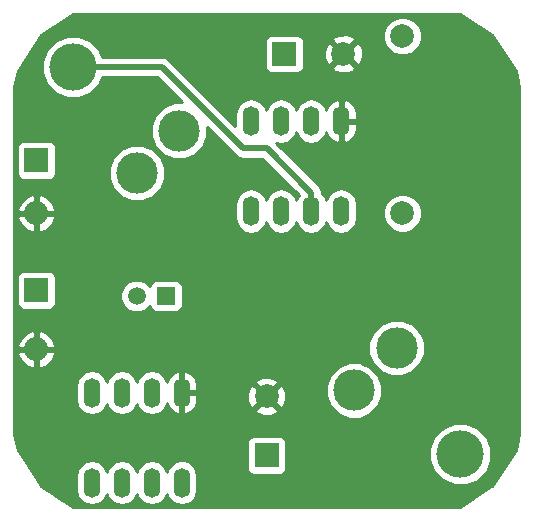
<source format=gbl>
G04 #@! TF.FileFunction,Copper,L2,Bot,Signal*
%FSLAX46Y46*%
G04 Gerber Fmt 4.6, Leading zero omitted, Abs format (unit mm)*
G04 Created by KiCad (PCBNEW (2014-11-17 BZR 5289)-product) date Wed 28 Oct 2015 02:20:07 PM EDT*
%MOMM*%
G01*
G04 APERTURE LIST*
%ADD10C,0.100000*%
%ADD11R,2.032000X2.032000*%
%ADD12O,2.032000X2.032000*%
%ADD13O,1.400000X2.500000*%
%ADD14R,2.000000X2.000000*%
%ADD15C,2.000000*%
%ADD16C,1.998980*%
%ADD17C,3.500000*%
%ADD18C,4.000000*%
%ADD19R,1.500000X1.500000*%
%ADD20C,1.500000*%
%ADD21C,0.500000*%
%ADD22C,0.254000*%
G04 APERTURE END LIST*
D10*
D11*
X193000000Y-91500000D03*
D12*
X193000000Y-96000000D03*
D11*
X193000000Y-102500000D03*
D12*
X193000000Y-107500000D03*
D13*
X205310000Y-111190000D03*
X202770000Y-111190000D03*
X200230000Y-111190000D03*
X197690000Y-111190000D03*
X197690000Y-118810000D03*
X200230000Y-118810000D03*
X202770000Y-118810000D03*
X205310000Y-118810000D03*
X218810000Y-88190000D03*
X216270000Y-88190000D03*
X213730000Y-88190000D03*
X211190000Y-88190000D03*
X211190000Y-95810000D03*
X213730000Y-95810000D03*
X216270000Y-95810000D03*
X218810000Y-95810000D03*
D14*
X214000000Y-82500000D03*
D15*
X219000000Y-82500000D03*
D14*
X212500000Y-116500000D03*
D15*
X212500000Y-111500000D03*
D16*
X224000000Y-96000000D03*
X224000000Y-81000000D03*
D17*
X223500000Y-107407898D03*
X219907898Y-111000000D03*
D18*
X228888154Y-116388154D03*
D17*
X201500000Y-92592102D03*
X205092102Y-89000000D03*
D18*
X196111846Y-83611846D03*
D19*
X204000000Y-103000000D03*
D20*
X201500000Y-103000000D03*
D21*
X216270000Y-94270000D02*
X212500000Y-90500000D01*
X212500000Y-90500000D02*
X210500000Y-90500000D01*
X210500000Y-90500000D02*
X203611846Y-83611846D01*
X203611846Y-83611846D02*
X196111846Y-83611846D01*
X216270000Y-95810000D02*
X216270000Y-94270000D01*
D22*
G36*
X233873000Y-114654615D02*
X233593539Y-116059559D01*
X231577209Y-119077211D01*
X231523611Y-119113024D01*
X231523611Y-115866320D01*
X231123301Y-114897496D01*
X230382711Y-114155612D01*
X229414587Y-113753612D01*
X228366320Y-113752697D01*
X227397496Y-114153007D01*
X226655612Y-114893597D01*
X226253612Y-115861721D01*
X226252697Y-116909988D01*
X226653007Y-117878812D01*
X227393597Y-118620696D01*
X228361721Y-119022696D01*
X229409988Y-119023611D01*
X230378812Y-118623301D01*
X231120696Y-117882711D01*
X231522696Y-116914587D01*
X231523611Y-115866320D01*
X231523611Y-119113024D01*
X228889619Y-120873000D01*
X225885413Y-120873000D01*
X225885413Y-106935573D01*
X225634774Y-106328979D01*
X225634774Y-95676306D01*
X225634774Y-80676306D01*
X225386462Y-80075345D01*
X224927073Y-79615154D01*
X224326547Y-79365794D01*
X223676306Y-79365226D01*
X223075345Y-79613538D01*
X222615154Y-80072927D01*
X222365794Y-80673453D01*
X222365226Y-81323694D01*
X222613538Y-81924655D01*
X223072927Y-82384846D01*
X223673453Y-82634206D01*
X224323694Y-82634774D01*
X224924655Y-82386462D01*
X225384846Y-81927073D01*
X225634206Y-81326547D01*
X225634774Y-80676306D01*
X225634774Y-95676306D01*
X225386462Y-95075345D01*
X224927073Y-94615154D01*
X224326547Y-94365794D01*
X223676306Y-94365226D01*
X223075345Y-94613538D01*
X222615154Y-95072927D01*
X222365794Y-95673453D01*
X222365226Y-96323694D01*
X222613538Y-96924655D01*
X223072927Y-97384846D01*
X223673453Y-97634206D01*
X224323694Y-97634774D01*
X224924655Y-97386462D01*
X225384846Y-96927073D01*
X225634206Y-96326547D01*
X225634774Y-95676306D01*
X225634774Y-106328979D01*
X225523084Y-106058669D01*
X224852758Y-105387172D01*
X223976487Y-105023313D01*
X223027675Y-105022485D01*
X222150771Y-105384814D01*
X221479274Y-106055140D01*
X221115415Y-106931411D01*
X221114587Y-107880223D01*
X221476916Y-108757127D01*
X222147242Y-109428624D01*
X223023513Y-109792483D01*
X223972325Y-109793311D01*
X224849229Y-109430982D01*
X225520726Y-108760656D01*
X225884585Y-107884385D01*
X225885413Y-106935573D01*
X225885413Y-120873000D01*
X222293311Y-120873000D01*
X222293311Y-110527675D01*
X221930982Y-109650771D01*
X221260656Y-108979274D01*
X220645908Y-108724008D01*
X220645908Y-82764539D01*
X220621856Y-82114540D01*
X220419387Y-81625736D01*
X220152532Y-81527073D01*
X219972927Y-81706678D01*
X219972927Y-81347468D01*
X219874264Y-81080613D01*
X219264539Y-80854092D01*
X218614540Y-80878144D01*
X218125736Y-81080613D01*
X218027073Y-81347468D01*
X219000000Y-82320395D01*
X219972927Y-81347468D01*
X219972927Y-81706678D01*
X219179605Y-82500000D01*
X220152532Y-83472927D01*
X220419387Y-83374264D01*
X220645908Y-82764539D01*
X220645908Y-108724008D01*
X220384385Y-108615415D01*
X220145000Y-108615206D01*
X220145000Y-96396929D01*
X220145000Y-95223071D01*
X220145000Y-88867000D01*
X220145000Y-88317000D01*
X220145000Y-88063000D01*
X220145000Y-87513000D01*
X219994778Y-87011785D01*
X219972927Y-86984977D01*
X219972927Y-83652532D01*
X219000000Y-82679605D01*
X218820395Y-82859210D01*
X218820395Y-82500000D01*
X217847468Y-81527073D01*
X217580613Y-81625736D01*
X217354092Y-82235461D01*
X217378144Y-82885460D01*
X217580613Y-83374264D01*
X217847468Y-83472927D01*
X218820395Y-82500000D01*
X218820395Y-82859210D01*
X218027073Y-83652532D01*
X218125736Y-83919387D01*
X218735461Y-84145908D01*
X219385460Y-84121856D01*
X219874264Y-83919387D01*
X219972927Y-83652532D01*
X219972927Y-86984977D01*
X219664185Y-86606210D01*
X219203550Y-86358020D01*
X219143329Y-86347284D01*
X218937000Y-86470626D01*
X218937000Y-88063000D01*
X220145000Y-88063000D01*
X220145000Y-88317000D01*
X218937000Y-88317000D01*
X218937000Y-89909374D01*
X219143329Y-90032716D01*
X219203550Y-90021980D01*
X219664185Y-89773790D01*
X219994778Y-89368215D01*
X220145000Y-88867000D01*
X220145000Y-95223071D01*
X220043379Y-94712189D01*
X219753988Y-94279083D01*
X219320882Y-93989692D01*
X218810000Y-93888071D01*
X218299118Y-93989692D01*
X217866012Y-94279083D01*
X217576621Y-94712189D01*
X217540000Y-94896294D01*
X217503379Y-94712189D01*
X217213988Y-94279083D01*
X217148042Y-94235020D01*
X217087633Y-93931325D01*
X216895790Y-93644210D01*
X216895786Y-93644207D01*
X213272507Y-90020927D01*
X213730000Y-90111929D01*
X214240882Y-90010308D01*
X214673988Y-89720917D01*
X214963379Y-89287811D01*
X215000000Y-89103705D01*
X215036621Y-89287811D01*
X215326012Y-89720917D01*
X215759118Y-90010308D01*
X216270000Y-90111929D01*
X216780882Y-90010308D01*
X217213988Y-89720917D01*
X217503379Y-89287811D01*
X217542371Y-89091783D01*
X217625222Y-89368215D01*
X217955815Y-89773790D01*
X218416450Y-90021980D01*
X218476671Y-90032716D01*
X218683000Y-89909374D01*
X218683000Y-88317000D01*
X218663000Y-88317000D01*
X218663000Y-88063000D01*
X218683000Y-88063000D01*
X218683000Y-86470626D01*
X218476671Y-86347284D01*
X218416450Y-86358020D01*
X217955815Y-86606210D01*
X217625222Y-87011785D01*
X217542371Y-87288216D01*
X217503379Y-87092189D01*
X217213988Y-86659083D01*
X216780882Y-86369692D01*
X216270000Y-86268071D01*
X215759118Y-86369692D01*
X215635000Y-86452624D01*
X215635000Y-83626310D01*
X215635000Y-83373691D01*
X215635000Y-81373691D01*
X215538327Y-81140302D01*
X215359699Y-80961673D01*
X215126310Y-80865000D01*
X214873691Y-80865000D01*
X212873691Y-80865000D01*
X212640302Y-80961673D01*
X212461673Y-81140301D01*
X212365000Y-81373690D01*
X212365000Y-81626309D01*
X212365000Y-83626309D01*
X212461673Y-83859698D01*
X212640301Y-84038327D01*
X212873690Y-84135000D01*
X213126309Y-84135000D01*
X215126309Y-84135000D01*
X215359698Y-84038327D01*
X215538327Y-83859699D01*
X215635000Y-83626310D01*
X215635000Y-86452624D01*
X215326012Y-86659083D01*
X215036621Y-87092189D01*
X215000000Y-87276294D01*
X214963379Y-87092189D01*
X214673988Y-86659083D01*
X214240882Y-86369692D01*
X213730000Y-86268071D01*
X213219118Y-86369692D01*
X212786012Y-86659083D01*
X212496621Y-87092189D01*
X212460000Y-87276294D01*
X212423379Y-87092189D01*
X212133988Y-86659083D01*
X211700882Y-86369692D01*
X211190000Y-86268071D01*
X210679118Y-86369692D01*
X210246012Y-86659083D01*
X209956621Y-87092189D01*
X209855000Y-87603071D01*
X209855000Y-88603420D01*
X204237636Y-82986056D01*
X203950521Y-82794213D01*
X203894330Y-82783035D01*
X203611846Y-82726845D01*
X203611840Y-82726846D01*
X198597245Y-82726846D01*
X198346993Y-82121188D01*
X197606403Y-81379304D01*
X196638279Y-80977304D01*
X195590012Y-80976389D01*
X194621188Y-81376699D01*
X193879304Y-82117289D01*
X193477304Y-83085413D01*
X193476389Y-84133680D01*
X193876699Y-85102504D01*
X194617289Y-85844388D01*
X195585413Y-86246388D01*
X196633680Y-86247303D01*
X197602504Y-85846993D01*
X198344388Y-85106403D01*
X198597498Y-84496846D01*
X203245266Y-84496846D01*
X205363656Y-86615236D01*
X204619777Y-86614587D01*
X203742873Y-86976916D01*
X203071376Y-87647242D01*
X202707517Y-88523513D01*
X202706689Y-89472325D01*
X203069018Y-90349229D01*
X203739344Y-91020726D01*
X204615615Y-91384585D01*
X205564427Y-91385413D01*
X206441331Y-91023084D01*
X207112828Y-90352758D01*
X207476687Y-89476487D01*
X207477339Y-88728918D01*
X209874207Y-91125786D01*
X209874210Y-91125790D01*
X209874211Y-91125790D01*
X210161325Y-91317633D01*
X210161326Y-91317633D01*
X210217515Y-91328810D01*
X210500000Y-91385001D01*
X210500000Y-91385000D01*
X210500005Y-91385000D01*
X212133420Y-91385000D01*
X215206446Y-94458025D01*
X215036621Y-94712189D01*
X215000000Y-94896294D01*
X214963379Y-94712189D01*
X214673988Y-94279083D01*
X214240882Y-93989692D01*
X213730000Y-93888071D01*
X213219118Y-93989692D01*
X212786012Y-94279083D01*
X212496621Y-94712189D01*
X212460000Y-94896294D01*
X212423379Y-94712189D01*
X212133988Y-94279083D01*
X211700882Y-93989692D01*
X211190000Y-93888071D01*
X210679118Y-93989692D01*
X210246012Y-94279083D01*
X209956621Y-94712189D01*
X209855000Y-95223071D01*
X209855000Y-96396929D01*
X209956621Y-96907811D01*
X210246012Y-97340917D01*
X210679118Y-97630308D01*
X211190000Y-97731929D01*
X211700882Y-97630308D01*
X212133988Y-97340917D01*
X212423379Y-96907811D01*
X212460000Y-96723705D01*
X212496621Y-96907811D01*
X212786012Y-97340917D01*
X213219118Y-97630308D01*
X213730000Y-97731929D01*
X214240882Y-97630308D01*
X214673988Y-97340917D01*
X214963379Y-96907811D01*
X215000000Y-96723705D01*
X215036621Y-96907811D01*
X215326012Y-97340917D01*
X215759118Y-97630308D01*
X216270000Y-97731929D01*
X216780882Y-97630308D01*
X217213988Y-97340917D01*
X217503379Y-96907811D01*
X217540000Y-96723705D01*
X217576621Y-96907811D01*
X217866012Y-97340917D01*
X218299118Y-97630308D01*
X218810000Y-97731929D01*
X219320882Y-97630308D01*
X219753988Y-97340917D01*
X220043379Y-96907811D01*
X220145000Y-96396929D01*
X220145000Y-108615206D01*
X219435573Y-108614587D01*
X218558669Y-108976916D01*
X217887172Y-109647242D01*
X217523313Y-110523513D01*
X217522485Y-111472325D01*
X217884814Y-112349229D01*
X218555140Y-113020726D01*
X219431411Y-113384585D01*
X220380223Y-113385413D01*
X221257127Y-113023084D01*
X221928624Y-112352758D01*
X222292483Y-111476487D01*
X222293311Y-110527675D01*
X222293311Y-120873000D01*
X214145908Y-120873000D01*
X214145908Y-111764539D01*
X214121856Y-111114540D01*
X213919387Y-110625736D01*
X213652532Y-110527073D01*
X213472927Y-110706678D01*
X213472927Y-110347468D01*
X213374264Y-110080613D01*
X212764539Y-109854092D01*
X212114540Y-109878144D01*
X211625736Y-110080613D01*
X211527073Y-110347468D01*
X212500000Y-111320395D01*
X213472927Y-110347468D01*
X213472927Y-110706678D01*
X212679605Y-111500000D01*
X213652532Y-112472927D01*
X213919387Y-112374264D01*
X214145908Y-111764539D01*
X214145908Y-120873000D01*
X214135000Y-120873000D01*
X214135000Y-117626310D01*
X214135000Y-117373691D01*
X214135000Y-115373691D01*
X214038327Y-115140302D01*
X213859699Y-114961673D01*
X213626310Y-114865000D01*
X213472927Y-114865000D01*
X213472927Y-112652532D01*
X212500000Y-111679605D01*
X212320395Y-111859210D01*
X212320395Y-111500000D01*
X211347468Y-110527073D01*
X211080613Y-110625736D01*
X210854092Y-111235461D01*
X210878144Y-111885460D01*
X211080613Y-112374264D01*
X211347468Y-112472927D01*
X212320395Y-111500000D01*
X212320395Y-111859210D01*
X211527073Y-112652532D01*
X211625736Y-112919387D01*
X212235461Y-113145908D01*
X212885460Y-113121856D01*
X213374264Y-112919387D01*
X213472927Y-112652532D01*
X213472927Y-114865000D01*
X213373691Y-114865000D01*
X211373691Y-114865000D01*
X211140302Y-114961673D01*
X210961673Y-115140301D01*
X210865000Y-115373690D01*
X210865000Y-115626309D01*
X210865000Y-117626309D01*
X210961673Y-117859698D01*
X211140301Y-118038327D01*
X211373690Y-118135000D01*
X211626309Y-118135000D01*
X213626309Y-118135000D01*
X213859698Y-118038327D01*
X214038327Y-117859699D01*
X214135000Y-117626310D01*
X214135000Y-120873000D01*
X206645000Y-120873000D01*
X206645000Y-119396929D01*
X206645000Y-118223071D01*
X206645000Y-111867000D01*
X206645000Y-111317000D01*
X206645000Y-111063000D01*
X206645000Y-110513000D01*
X206494778Y-110011785D01*
X206164185Y-109606210D01*
X205703550Y-109358020D01*
X205643329Y-109347284D01*
X205437000Y-109470626D01*
X205437000Y-111063000D01*
X206645000Y-111063000D01*
X206645000Y-111317000D01*
X205437000Y-111317000D01*
X205437000Y-112909374D01*
X205643329Y-113032716D01*
X205703550Y-113021980D01*
X206164185Y-112773790D01*
X206494778Y-112368215D01*
X206645000Y-111867000D01*
X206645000Y-118223071D01*
X206543379Y-117712189D01*
X206253988Y-117279083D01*
X205820882Y-116989692D01*
X205385000Y-116902989D01*
X205385000Y-103876310D01*
X205385000Y-103623691D01*
X205385000Y-102123691D01*
X205288327Y-101890302D01*
X205109699Y-101711673D01*
X204876310Y-101615000D01*
X204623691Y-101615000D01*
X203885413Y-101615000D01*
X203885413Y-92119777D01*
X203523084Y-91242873D01*
X202852758Y-90571376D01*
X201976487Y-90207517D01*
X201027675Y-90206689D01*
X200150771Y-90569018D01*
X199479274Y-91239344D01*
X199115415Y-92115615D01*
X199114587Y-93064427D01*
X199476916Y-93941331D01*
X200147242Y-94612828D01*
X201023513Y-94976687D01*
X201972325Y-94977515D01*
X202849229Y-94615186D01*
X203520726Y-93944860D01*
X203884585Y-93068589D01*
X203885413Y-92119777D01*
X203885413Y-101615000D01*
X203123691Y-101615000D01*
X202890302Y-101711673D01*
X202711673Y-101890301D01*
X202615000Y-102123690D01*
X202615000Y-102156549D01*
X202285564Y-101826539D01*
X201776702Y-101615241D01*
X201225715Y-101614760D01*
X200716485Y-101825169D01*
X200326539Y-102214436D01*
X200115241Y-102723298D01*
X200114760Y-103274285D01*
X200325169Y-103783515D01*
X200714436Y-104173461D01*
X201223298Y-104384759D01*
X201774285Y-104385240D01*
X202283515Y-104174831D01*
X202615000Y-103843923D01*
X202615000Y-103876309D01*
X202711673Y-104109698D01*
X202890301Y-104288327D01*
X203123690Y-104385000D01*
X203376309Y-104385000D01*
X204876309Y-104385000D01*
X205109698Y-104288327D01*
X205288327Y-104109699D01*
X205385000Y-103876310D01*
X205385000Y-116902989D01*
X205310000Y-116888071D01*
X205183000Y-116913332D01*
X205183000Y-112909374D01*
X205183000Y-111317000D01*
X205163000Y-111317000D01*
X205163000Y-111063000D01*
X205183000Y-111063000D01*
X205183000Y-109470626D01*
X204976671Y-109347284D01*
X204916450Y-109358020D01*
X204455815Y-109606210D01*
X204125222Y-110011785D01*
X204042371Y-110288216D01*
X204003379Y-110092189D01*
X203713988Y-109659083D01*
X203280882Y-109369692D01*
X202770000Y-109268071D01*
X202259118Y-109369692D01*
X201826012Y-109659083D01*
X201536621Y-110092189D01*
X201500000Y-110276294D01*
X201463379Y-110092189D01*
X201173988Y-109659083D01*
X200740882Y-109369692D01*
X200230000Y-109268071D01*
X199719118Y-109369692D01*
X199286012Y-109659083D01*
X198996621Y-110092189D01*
X198960000Y-110276294D01*
X198923379Y-110092189D01*
X198633988Y-109659083D01*
X198200882Y-109369692D01*
X197690000Y-109268071D01*
X197179118Y-109369692D01*
X196746012Y-109659083D01*
X196456621Y-110092189D01*
X196355000Y-110603071D01*
X196355000Y-111776929D01*
X196456621Y-112287811D01*
X196746012Y-112720917D01*
X197179118Y-113010308D01*
X197690000Y-113111929D01*
X198200882Y-113010308D01*
X198633988Y-112720917D01*
X198923379Y-112287811D01*
X198960000Y-112103705D01*
X198996621Y-112287811D01*
X199286012Y-112720917D01*
X199719118Y-113010308D01*
X200230000Y-113111929D01*
X200740882Y-113010308D01*
X201173988Y-112720917D01*
X201463379Y-112287811D01*
X201500000Y-112103705D01*
X201536621Y-112287811D01*
X201826012Y-112720917D01*
X202259118Y-113010308D01*
X202770000Y-113111929D01*
X203280882Y-113010308D01*
X203713988Y-112720917D01*
X204003379Y-112287811D01*
X204042371Y-112091783D01*
X204125222Y-112368215D01*
X204455815Y-112773790D01*
X204916450Y-113021980D01*
X204976671Y-113032716D01*
X205183000Y-112909374D01*
X205183000Y-116913332D01*
X204799118Y-116989692D01*
X204366012Y-117279083D01*
X204076621Y-117712189D01*
X204040000Y-117896294D01*
X204003379Y-117712189D01*
X203713988Y-117279083D01*
X203280882Y-116989692D01*
X202770000Y-116888071D01*
X202259118Y-116989692D01*
X201826012Y-117279083D01*
X201536621Y-117712189D01*
X201500000Y-117896294D01*
X201463379Y-117712189D01*
X201173988Y-117279083D01*
X200740882Y-116989692D01*
X200230000Y-116888071D01*
X199719118Y-116989692D01*
X199286012Y-117279083D01*
X198996621Y-117712189D01*
X198960000Y-117896294D01*
X198923379Y-117712189D01*
X198633988Y-117279083D01*
X198200882Y-116989692D01*
X197690000Y-116888071D01*
X197179118Y-116989692D01*
X196746012Y-117279083D01*
X196456621Y-117712189D01*
X196355000Y-118223071D01*
X196355000Y-119396929D01*
X196456621Y-119907811D01*
X196746012Y-120340917D01*
X197179118Y-120630308D01*
X197690000Y-120731929D01*
X198200882Y-120630308D01*
X198633988Y-120340917D01*
X198923379Y-119907811D01*
X198960000Y-119723705D01*
X198996621Y-119907811D01*
X199286012Y-120340917D01*
X199719118Y-120630308D01*
X200230000Y-120731929D01*
X200740882Y-120630308D01*
X201173988Y-120340917D01*
X201463379Y-119907811D01*
X201500000Y-119723705D01*
X201536621Y-119907811D01*
X201826012Y-120340917D01*
X202259118Y-120630308D01*
X202770000Y-120731929D01*
X203280882Y-120630308D01*
X203713988Y-120340917D01*
X204003379Y-119907811D01*
X204040000Y-119723705D01*
X204076621Y-119907811D01*
X204366012Y-120340917D01*
X204799118Y-120630308D01*
X205310000Y-120731929D01*
X205820882Y-120630308D01*
X206253988Y-120340917D01*
X206543379Y-119907811D01*
X206645000Y-119396929D01*
X206645000Y-120873000D01*
X196110380Y-120873000D01*
X194651000Y-119897873D01*
X194651000Y-103642310D01*
X194651000Y-103389691D01*
X194651000Y-101357691D01*
X194651000Y-92642310D01*
X194651000Y-92389691D01*
X194651000Y-90357691D01*
X194554327Y-90124302D01*
X194375699Y-89945673D01*
X194142310Y-89849000D01*
X193889691Y-89849000D01*
X191857691Y-89849000D01*
X191624302Y-89945673D01*
X191445673Y-90124301D01*
X191349000Y-90357690D01*
X191349000Y-90610309D01*
X191349000Y-92642309D01*
X191445673Y-92875698D01*
X191624301Y-93054327D01*
X191857690Y-93151000D01*
X192110309Y-93151000D01*
X194142309Y-93151000D01*
X194375698Y-93054327D01*
X194554327Y-92875699D01*
X194651000Y-92642310D01*
X194651000Y-101357691D01*
X194605983Y-101249010D01*
X194605983Y-96382946D01*
X194605983Y-95617054D01*
X194337188Y-95031621D01*
X193864818Y-94593615D01*
X193382944Y-94394025D01*
X193127000Y-94513164D01*
X193127000Y-95873000D01*
X194487367Y-95873000D01*
X194605983Y-95617054D01*
X194605983Y-96382946D01*
X194487367Y-96127000D01*
X193127000Y-96127000D01*
X193127000Y-97486836D01*
X193382944Y-97605975D01*
X193864818Y-97406385D01*
X194337188Y-96968379D01*
X194605983Y-96382946D01*
X194605983Y-101249010D01*
X194554327Y-101124302D01*
X194375699Y-100945673D01*
X194142310Y-100849000D01*
X193889691Y-100849000D01*
X192873000Y-100849000D01*
X192873000Y-97486836D01*
X192873000Y-96127000D01*
X192873000Y-95873000D01*
X192873000Y-94513164D01*
X192617056Y-94394025D01*
X192135182Y-94593615D01*
X191662812Y-95031621D01*
X191394017Y-95617054D01*
X191512633Y-95873000D01*
X192873000Y-95873000D01*
X192873000Y-96127000D01*
X191512633Y-96127000D01*
X191394017Y-96382946D01*
X191662812Y-96968379D01*
X192135182Y-97406385D01*
X192617056Y-97605975D01*
X192873000Y-97486836D01*
X192873000Y-100849000D01*
X191857691Y-100849000D01*
X191624302Y-100945673D01*
X191445673Y-101124301D01*
X191349000Y-101357690D01*
X191349000Y-101610309D01*
X191349000Y-103642309D01*
X191445673Y-103875698D01*
X191624301Y-104054327D01*
X191857690Y-104151000D01*
X192110309Y-104151000D01*
X194142309Y-104151000D01*
X194375698Y-104054327D01*
X194554327Y-103875699D01*
X194651000Y-103642310D01*
X194651000Y-119897873D01*
X194605983Y-119867794D01*
X194605983Y-107882946D01*
X194605983Y-107117054D01*
X194337188Y-106531621D01*
X193864818Y-106093615D01*
X193382944Y-105894025D01*
X193127000Y-106013164D01*
X193127000Y-107373000D01*
X194487367Y-107373000D01*
X194605983Y-107117054D01*
X194605983Y-107882946D01*
X194487367Y-107627000D01*
X193127000Y-107627000D01*
X193127000Y-108986836D01*
X193382944Y-109105975D01*
X193864818Y-108906385D01*
X194337188Y-108468379D01*
X194605983Y-107882946D01*
X194605983Y-119867794D01*
X193422788Y-119077209D01*
X192873000Y-118254392D01*
X192873000Y-108986836D01*
X192873000Y-107627000D01*
X192873000Y-107373000D01*
X192873000Y-106013164D01*
X192617056Y-105894025D01*
X192135182Y-106093615D01*
X191662812Y-106531621D01*
X191394017Y-107117054D01*
X191512633Y-107373000D01*
X192873000Y-107373000D01*
X192873000Y-107627000D01*
X191512633Y-107627000D01*
X191394017Y-107882946D01*
X191662812Y-108468379D01*
X192135182Y-108906385D01*
X192617056Y-109105975D01*
X192873000Y-108986836D01*
X192873000Y-118254392D01*
X191406460Y-116059559D01*
X191127000Y-114654615D01*
X191127000Y-85345384D01*
X191406460Y-83940440D01*
X193422788Y-80922790D01*
X196110380Y-79127000D01*
X228889619Y-79127000D01*
X231577209Y-80922788D01*
X233593539Y-83940440D01*
X233873000Y-85345384D01*
X233873000Y-114654615D01*
X233873000Y-114654615D01*
G37*
X233873000Y-114654615D02*
X233593539Y-116059559D01*
X231577209Y-119077211D01*
X231523611Y-119113024D01*
X231523611Y-115866320D01*
X231123301Y-114897496D01*
X230382711Y-114155612D01*
X229414587Y-113753612D01*
X228366320Y-113752697D01*
X227397496Y-114153007D01*
X226655612Y-114893597D01*
X226253612Y-115861721D01*
X226252697Y-116909988D01*
X226653007Y-117878812D01*
X227393597Y-118620696D01*
X228361721Y-119022696D01*
X229409988Y-119023611D01*
X230378812Y-118623301D01*
X231120696Y-117882711D01*
X231522696Y-116914587D01*
X231523611Y-115866320D01*
X231523611Y-119113024D01*
X228889619Y-120873000D01*
X225885413Y-120873000D01*
X225885413Y-106935573D01*
X225634774Y-106328979D01*
X225634774Y-95676306D01*
X225634774Y-80676306D01*
X225386462Y-80075345D01*
X224927073Y-79615154D01*
X224326547Y-79365794D01*
X223676306Y-79365226D01*
X223075345Y-79613538D01*
X222615154Y-80072927D01*
X222365794Y-80673453D01*
X222365226Y-81323694D01*
X222613538Y-81924655D01*
X223072927Y-82384846D01*
X223673453Y-82634206D01*
X224323694Y-82634774D01*
X224924655Y-82386462D01*
X225384846Y-81927073D01*
X225634206Y-81326547D01*
X225634774Y-80676306D01*
X225634774Y-95676306D01*
X225386462Y-95075345D01*
X224927073Y-94615154D01*
X224326547Y-94365794D01*
X223676306Y-94365226D01*
X223075345Y-94613538D01*
X222615154Y-95072927D01*
X222365794Y-95673453D01*
X222365226Y-96323694D01*
X222613538Y-96924655D01*
X223072927Y-97384846D01*
X223673453Y-97634206D01*
X224323694Y-97634774D01*
X224924655Y-97386462D01*
X225384846Y-96927073D01*
X225634206Y-96326547D01*
X225634774Y-95676306D01*
X225634774Y-106328979D01*
X225523084Y-106058669D01*
X224852758Y-105387172D01*
X223976487Y-105023313D01*
X223027675Y-105022485D01*
X222150771Y-105384814D01*
X221479274Y-106055140D01*
X221115415Y-106931411D01*
X221114587Y-107880223D01*
X221476916Y-108757127D01*
X222147242Y-109428624D01*
X223023513Y-109792483D01*
X223972325Y-109793311D01*
X224849229Y-109430982D01*
X225520726Y-108760656D01*
X225884585Y-107884385D01*
X225885413Y-106935573D01*
X225885413Y-120873000D01*
X222293311Y-120873000D01*
X222293311Y-110527675D01*
X221930982Y-109650771D01*
X221260656Y-108979274D01*
X220645908Y-108724008D01*
X220645908Y-82764539D01*
X220621856Y-82114540D01*
X220419387Y-81625736D01*
X220152532Y-81527073D01*
X219972927Y-81706678D01*
X219972927Y-81347468D01*
X219874264Y-81080613D01*
X219264539Y-80854092D01*
X218614540Y-80878144D01*
X218125736Y-81080613D01*
X218027073Y-81347468D01*
X219000000Y-82320395D01*
X219972927Y-81347468D01*
X219972927Y-81706678D01*
X219179605Y-82500000D01*
X220152532Y-83472927D01*
X220419387Y-83374264D01*
X220645908Y-82764539D01*
X220645908Y-108724008D01*
X220384385Y-108615415D01*
X220145000Y-108615206D01*
X220145000Y-96396929D01*
X220145000Y-95223071D01*
X220145000Y-88867000D01*
X220145000Y-88317000D01*
X220145000Y-88063000D01*
X220145000Y-87513000D01*
X219994778Y-87011785D01*
X219972927Y-86984977D01*
X219972927Y-83652532D01*
X219000000Y-82679605D01*
X218820395Y-82859210D01*
X218820395Y-82500000D01*
X217847468Y-81527073D01*
X217580613Y-81625736D01*
X217354092Y-82235461D01*
X217378144Y-82885460D01*
X217580613Y-83374264D01*
X217847468Y-83472927D01*
X218820395Y-82500000D01*
X218820395Y-82859210D01*
X218027073Y-83652532D01*
X218125736Y-83919387D01*
X218735461Y-84145908D01*
X219385460Y-84121856D01*
X219874264Y-83919387D01*
X219972927Y-83652532D01*
X219972927Y-86984977D01*
X219664185Y-86606210D01*
X219203550Y-86358020D01*
X219143329Y-86347284D01*
X218937000Y-86470626D01*
X218937000Y-88063000D01*
X220145000Y-88063000D01*
X220145000Y-88317000D01*
X218937000Y-88317000D01*
X218937000Y-89909374D01*
X219143329Y-90032716D01*
X219203550Y-90021980D01*
X219664185Y-89773790D01*
X219994778Y-89368215D01*
X220145000Y-88867000D01*
X220145000Y-95223071D01*
X220043379Y-94712189D01*
X219753988Y-94279083D01*
X219320882Y-93989692D01*
X218810000Y-93888071D01*
X218299118Y-93989692D01*
X217866012Y-94279083D01*
X217576621Y-94712189D01*
X217540000Y-94896294D01*
X217503379Y-94712189D01*
X217213988Y-94279083D01*
X217148042Y-94235020D01*
X217087633Y-93931325D01*
X216895790Y-93644210D01*
X216895786Y-93644207D01*
X213272507Y-90020927D01*
X213730000Y-90111929D01*
X214240882Y-90010308D01*
X214673988Y-89720917D01*
X214963379Y-89287811D01*
X215000000Y-89103705D01*
X215036621Y-89287811D01*
X215326012Y-89720917D01*
X215759118Y-90010308D01*
X216270000Y-90111929D01*
X216780882Y-90010308D01*
X217213988Y-89720917D01*
X217503379Y-89287811D01*
X217542371Y-89091783D01*
X217625222Y-89368215D01*
X217955815Y-89773790D01*
X218416450Y-90021980D01*
X218476671Y-90032716D01*
X218683000Y-89909374D01*
X218683000Y-88317000D01*
X218663000Y-88317000D01*
X218663000Y-88063000D01*
X218683000Y-88063000D01*
X218683000Y-86470626D01*
X218476671Y-86347284D01*
X218416450Y-86358020D01*
X217955815Y-86606210D01*
X217625222Y-87011785D01*
X217542371Y-87288216D01*
X217503379Y-87092189D01*
X217213988Y-86659083D01*
X216780882Y-86369692D01*
X216270000Y-86268071D01*
X215759118Y-86369692D01*
X215635000Y-86452624D01*
X215635000Y-83626310D01*
X215635000Y-83373691D01*
X215635000Y-81373691D01*
X215538327Y-81140302D01*
X215359699Y-80961673D01*
X215126310Y-80865000D01*
X214873691Y-80865000D01*
X212873691Y-80865000D01*
X212640302Y-80961673D01*
X212461673Y-81140301D01*
X212365000Y-81373690D01*
X212365000Y-81626309D01*
X212365000Y-83626309D01*
X212461673Y-83859698D01*
X212640301Y-84038327D01*
X212873690Y-84135000D01*
X213126309Y-84135000D01*
X215126309Y-84135000D01*
X215359698Y-84038327D01*
X215538327Y-83859699D01*
X215635000Y-83626310D01*
X215635000Y-86452624D01*
X215326012Y-86659083D01*
X215036621Y-87092189D01*
X215000000Y-87276294D01*
X214963379Y-87092189D01*
X214673988Y-86659083D01*
X214240882Y-86369692D01*
X213730000Y-86268071D01*
X213219118Y-86369692D01*
X212786012Y-86659083D01*
X212496621Y-87092189D01*
X212460000Y-87276294D01*
X212423379Y-87092189D01*
X212133988Y-86659083D01*
X211700882Y-86369692D01*
X211190000Y-86268071D01*
X210679118Y-86369692D01*
X210246012Y-86659083D01*
X209956621Y-87092189D01*
X209855000Y-87603071D01*
X209855000Y-88603420D01*
X204237636Y-82986056D01*
X203950521Y-82794213D01*
X203894330Y-82783035D01*
X203611846Y-82726845D01*
X203611840Y-82726846D01*
X198597245Y-82726846D01*
X198346993Y-82121188D01*
X197606403Y-81379304D01*
X196638279Y-80977304D01*
X195590012Y-80976389D01*
X194621188Y-81376699D01*
X193879304Y-82117289D01*
X193477304Y-83085413D01*
X193476389Y-84133680D01*
X193876699Y-85102504D01*
X194617289Y-85844388D01*
X195585413Y-86246388D01*
X196633680Y-86247303D01*
X197602504Y-85846993D01*
X198344388Y-85106403D01*
X198597498Y-84496846D01*
X203245266Y-84496846D01*
X205363656Y-86615236D01*
X204619777Y-86614587D01*
X203742873Y-86976916D01*
X203071376Y-87647242D01*
X202707517Y-88523513D01*
X202706689Y-89472325D01*
X203069018Y-90349229D01*
X203739344Y-91020726D01*
X204615615Y-91384585D01*
X205564427Y-91385413D01*
X206441331Y-91023084D01*
X207112828Y-90352758D01*
X207476687Y-89476487D01*
X207477339Y-88728918D01*
X209874207Y-91125786D01*
X209874210Y-91125790D01*
X209874211Y-91125790D01*
X210161325Y-91317633D01*
X210161326Y-91317633D01*
X210217515Y-91328810D01*
X210500000Y-91385001D01*
X210500000Y-91385000D01*
X210500005Y-91385000D01*
X212133420Y-91385000D01*
X215206446Y-94458025D01*
X215036621Y-94712189D01*
X215000000Y-94896294D01*
X214963379Y-94712189D01*
X214673988Y-94279083D01*
X214240882Y-93989692D01*
X213730000Y-93888071D01*
X213219118Y-93989692D01*
X212786012Y-94279083D01*
X212496621Y-94712189D01*
X212460000Y-94896294D01*
X212423379Y-94712189D01*
X212133988Y-94279083D01*
X211700882Y-93989692D01*
X211190000Y-93888071D01*
X210679118Y-93989692D01*
X210246012Y-94279083D01*
X209956621Y-94712189D01*
X209855000Y-95223071D01*
X209855000Y-96396929D01*
X209956621Y-96907811D01*
X210246012Y-97340917D01*
X210679118Y-97630308D01*
X211190000Y-97731929D01*
X211700882Y-97630308D01*
X212133988Y-97340917D01*
X212423379Y-96907811D01*
X212460000Y-96723705D01*
X212496621Y-96907811D01*
X212786012Y-97340917D01*
X213219118Y-97630308D01*
X213730000Y-97731929D01*
X214240882Y-97630308D01*
X214673988Y-97340917D01*
X214963379Y-96907811D01*
X215000000Y-96723705D01*
X215036621Y-96907811D01*
X215326012Y-97340917D01*
X215759118Y-97630308D01*
X216270000Y-97731929D01*
X216780882Y-97630308D01*
X217213988Y-97340917D01*
X217503379Y-96907811D01*
X217540000Y-96723705D01*
X217576621Y-96907811D01*
X217866012Y-97340917D01*
X218299118Y-97630308D01*
X218810000Y-97731929D01*
X219320882Y-97630308D01*
X219753988Y-97340917D01*
X220043379Y-96907811D01*
X220145000Y-96396929D01*
X220145000Y-108615206D01*
X219435573Y-108614587D01*
X218558669Y-108976916D01*
X217887172Y-109647242D01*
X217523313Y-110523513D01*
X217522485Y-111472325D01*
X217884814Y-112349229D01*
X218555140Y-113020726D01*
X219431411Y-113384585D01*
X220380223Y-113385413D01*
X221257127Y-113023084D01*
X221928624Y-112352758D01*
X222292483Y-111476487D01*
X222293311Y-110527675D01*
X222293311Y-120873000D01*
X214145908Y-120873000D01*
X214145908Y-111764539D01*
X214121856Y-111114540D01*
X213919387Y-110625736D01*
X213652532Y-110527073D01*
X213472927Y-110706678D01*
X213472927Y-110347468D01*
X213374264Y-110080613D01*
X212764539Y-109854092D01*
X212114540Y-109878144D01*
X211625736Y-110080613D01*
X211527073Y-110347468D01*
X212500000Y-111320395D01*
X213472927Y-110347468D01*
X213472927Y-110706678D01*
X212679605Y-111500000D01*
X213652532Y-112472927D01*
X213919387Y-112374264D01*
X214145908Y-111764539D01*
X214145908Y-120873000D01*
X214135000Y-120873000D01*
X214135000Y-117626310D01*
X214135000Y-117373691D01*
X214135000Y-115373691D01*
X214038327Y-115140302D01*
X213859699Y-114961673D01*
X213626310Y-114865000D01*
X213472927Y-114865000D01*
X213472927Y-112652532D01*
X212500000Y-111679605D01*
X212320395Y-111859210D01*
X212320395Y-111500000D01*
X211347468Y-110527073D01*
X211080613Y-110625736D01*
X210854092Y-111235461D01*
X210878144Y-111885460D01*
X211080613Y-112374264D01*
X211347468Y-112472927D01*
X212320395Y-111500000D01*
X212320395Y-111859210D01*
X211527073Y-112652532D01*
X211625736Y-112919387D01*
X212235461Y-113145908D01*
X212885460Y-113121856D01*
X213374264Y-112919387D01*
X213472927Y-112652532D01*
X213472927Y-114865000D01*
X213373691Y-114865000D01*
X211373691Y-114865000D01*
X211140302Y-114961673D01*
X210961673Y-115140301D01*
X210865000Y-115373690D01*
X210865000Y-115626309D01*
X210865000Y-117626309D01*
X210961673Y-117859698D01*
X211140301Y-118038327D01*
X211373690Y-118135000D01*
X211626309Y-118135000D01*
X213626309Y-118135000D01*
X213859698Y-118038327D01*
X214038327Y-117859699D01*
X214135000Y-117626310D01*
X214135000Y-120873000D01*
X206645000Y-120873000D01*
X206645000Y-119396929D01*
X206645000Y-118223071D01*
X206645000Y-111867000D01*
X206645000Y-111317000D01*
X206645000Y-111063000D01*
X206645000Y-110513000D01*
X206494778Y-110011785D01*
X206164185Y-109606210D01*
X205703550Y-109358020D01*
X205643329Y-109347284D01*
X205437000Y-109470626D01*
X205437000Y-111063000D01*
X206645000Y-111063000D01*
X206645000Y-111317000D01*
X205437000Y-111317000D01*
X205437000Y-112909374D01*
X205643329Y-113032716D01*
X205703550Y-113021980D01*
X206164185Y-112773790D01*
X206494778Y-112368215D01*
X206645000Y-111867000D01*
X206645000Y-118223071D01*
X206543379Y-117712189D01*
X206253988Y-117279083D01*
X205820882Y-116989692D01*
X205385000Y-116902989D01*
X205385000Y-103876310D01*
X205385000Y-103623691D01*
X205385000Y-102123691D01*
X205288327Y-101890302D01*
X205109699Y-101711673D01*
X204876310Y-101615000D01*
X204623691Y-101615000D01*
X203885413Y-101615000D01*
X203885413Y-92119777D01*
X203523084Y-91242873D01*
X202852758Y-90571376D01*
X201976487Y-90207517D01*
X201027675Y-90206689D01*
X200150771Y-90569018D01*
X199479274Y-91239344D01*
X199115415Y-92115615D01*
X199114587Y-93064427D01*
X199476916Y-93941331D01*
X200147242Y-94612828D01*
X201023513Y-94976687D01*
X201972325Y-94977515D01*
X202849229Y-94615186D01*
X203520726Y-93944860D01*
X203884585Y-93068589D01*
X203885413Y-92119777D01*
X203885413Y-101615000D01*
X203123691Y-101615000D01*
X202890302Y-101711673D01*
X202711673Y-101890301D01*
X202615000Y-102123690D01*
X202615000Y-102156549D01*
X202285564Y-101826539D01*
X201776702Y-101615241D01*
X201225715Y-101614760D01*
X200716485Y-101825169D01*
X200326539Y-102214436D01*
X200115241Y-102723298D01*
X200114760Y-103274285D01*
X200325169Y-103783515D01*
X200714436Y-104173461D01*
X201223298Y-104384759D01*
X201774285Y-104385240D01*
X202283515Y-104174831D01*
X202615000Y-103843923D01*
X202615000Y-103876309D01*
X202711673Y-104109698D01*
X202890301Y-104288327D01*
X203123690Y-104385000D01*
X203376309Y-104385000D01*
X204876309Y-104385000D01*
X205109698Y-104288327D01*
X205288327Y-104109699D01*
X205385000Y-103876310D01*
X205385000Y-116902989D01*
X205310000Y-116888071D01*
X205183000Y-116913332D01*
X205183000Y-112909374D01*
X205183000Y-111317000D01*
X205163000Y-111317000D01*
X205163000Y-111063000D01*
X205183000Y-111063000D01*
X205183000Y-109470626D01*
X204976671Y-109347284D01*
X204916450Y-109358020D01*
X204455815Y-109606210D01*
X204125222Y-110011785D01*
X204042371Y-110288216D01*
X204003379Y-110092189D01*
X203713988Y-109659083D01*
X203280882Y-109369692D01*
X202770000Y-109268071D01*
X202259118Y-109369692D01*
X201826012Y-109659083D01*
X201536621Y-110092189D01*
X201500000Y-110276294D01*
X201463379Y-110092189D01*
X201173988Y-109659083D01*
X200740882Y-109369692D01*
X200230000Y-109268071D01*
X199719118Y-109369692D01*
X199286012Y-109659083D01*
X198996621Y-110092189D01*
X198960000Y-110276294D01*
X198923379Y-110092189D01*
X198633988Y-109659083D01*
X198200882Y-109369692D01*
X197690000Y-109268071D01*
X197179118Y-109369692D01*
X196746012Y-109659083D01*
X196456621Y-110092189D01*
X196355000Y-110603071D01*
X196355000Y-111776929D01*
X196456621Y-112287811D01*
X196746012Y-112720917D01*
X197179118Y-113010308D01*
X197690000Y-113111929D01*
X198200882Y-113010308D01*
X198633988Y-112720917D01*
X198923379Y-112287811D01*
X198960000Y-112103705D01*
X198996621Y-112287811D01*
X199286012Y-112720917D01*
X199719118Y-113010308D01*
X200230000Y-113111929D01*
X200740882Y-113010308D01*
X201173988Y-112720917D01*
X201463379Y-112287811D01*
X201500000Y-112103705D01*
X201536621Y-112287811D01*
X201826012Y-112720917D01*
X202259118Y-113010308D01*
X202770000Y-113111929D01*
X203280882Y-113010308D01*
X203713988Y-112720917D01*
X204003379Y-112287811D01*
X204042371Y-112091783D01*
X204125222Y-112368215D01*
X204455815Y-112773790D01*
X204916450Y-113021980D01*
X204976671Y-113032716D01*
X205183000Y-112909374D01*
X205183000Y-116913332D01*
X204799118Y-116989692D01*
X204366012Y-117279083D01*
X204076621Y-117712189D01*
X204040000Y-117896294D01*
X204003379Y-117712189D01*
X203713988Y-117279083D01*
X203280882Y-116989692D01*
X202770000Y-116888071D01*
X202259118Y-116989692D01*
X201826012Y-117279083D01*
X201536621Y-117712189D01*
X201500000Y-117896294D01*
X201463379Y-117712189D01*
X201173988Y-117279083D01*
X200740882Y-116989692D01*
X200230000Y-116888071D01*
X199719118Y-116989692D01*
X199286012Y-117279083D01*
X198996621Y-117712189D01*
X198960000Y-117896294D01*
X198923379Y-117712189D01*
X198633988Y-117279083D01*
X198200882Y-116989692D01*
X197690000Y-116888071D01*
X197179118Y-116989692D01*
X196746012Y-117279083D01*
X196456621Y-117712189D01*
X196355000Y-118223071D01*
X196355000Y-119396929D01*
X196456621Y-119907811D01*
X196746012Y-120340917D01*
X197179118Y-120630308D01*
X197690000Y-120731929D01*
X198200882Y-120630308D01*
X198633988Y-120340917D01*
X198923379Y-119907811D01*
X198960000Y-119723705D01*
X198996621Y-119907811D01*
X199286012Y-120340917D01*
X199719118Y-120630308D01*
X200230000Y-120731929D01*
X200740882Y-120630308D01*
X201173988Y-120340917D01*
X201463379Y-119907811D01*
X201500000Y-119723705D01*
X201536621Y-119907811D01*
X201826012Y-120340917D01*
X202259118Y-120630308D01*
X202770000Y-120731929D01*
X203280882Y-120630308D01*
X203713988Y-120340917D01*
X204003379Y-119907811D01*
X204040000Y-119723705D01*
X204076621Y-119907811D01*
X204366012Y-120340917D01*
X204799118Y-120630308D01*
X205310000Y-120731929D01*
X205820882Y-120630308D01*
X206253988Y-120340917D01*
X206543379Y-119907811D01*
X206645000Y-119396929D01*
X206645000Y-120873000D01*
X196110380Y-120873000D01*
X194651000Y-119897873D01*
X194651000Y-103642310D01*
X194651000Y-103389691D01*
X194651000Y-101357691D01*
X194651000Y-92642310D01*
X194651000Y-92389691D01*
X194651000Y-90357691D01*
X194554327Y-90124302D01*
X194375699Y-89945673D01*
X194142310Y-89849000D01*
X193889691Y-89849000D01*
X191857691Y-89849000D01*
X191624302Y-89945673D01*
X191445673Y-90124301D01*
X191349000Y-90357690D01*
X191349000Y-90610309D01*
X191349000Y-92642309D01*
X191445673Y-92875698D01*
X191624301Y-93054327D01*
X191857690Y-93151000D01*
X192110309Y-93151000D01*
X194142309Y-93151000D01*
X194375698Y-93054327D01*
X194554327Y-92875699D01*
X194651000Y-92642310D01*
X194651000Y-101357691D01*
X194605983Y-101249010D01*
X194605983Y-96382946D01*
X194605983Y-95617054D01*
X194337188Y-95031621D01*
X193864818Y-94593615D01*
X193382944Y-94394025D01*
X193127000Y-94513164D01*
X193127000Y-95873000D01*
X194487367Y-95873000D01*
X194605983Y-95617054D01*
X194605983Y-96382946D01*
X194487367Y-96127000D01*
X193127000Y-96127000D01*
X193127000Y-97486836D01*
X193382944Y-97605975D01*
X193864818Y-97406385D01*
X194337188Y-96968379D01*
X194605983Y-96382946D01*
X194605983Y-101249010D01*
X194554327Y-101124302D01*
X194375699Y-100945673D01*
X194142310Y-100849000D01*
X193889691Y-100849000D01*
X192873000Y-100849000D01*
X192873000Y-97486836D01*
X192873000Y-96127000D01*
X192873000Y-95873000D01*
X192873000Y-94513164D01*
X192617056Y-94394025D01*
X192135182Y-94593615D01*
X191662812Y-95031621D01*
X191394017Y-95617054D01*
X191512633Y-95873000D01*
X192873000Y-95873000D01*
X192873000Y-96127000D01*
X191512633Y-96127000D01*
X191394017Y-96382946D01*
X191662812Y-96968379D01*
X192135182Y-97406385D01*
X192617056Y-97605975D01*
X192873000Y-97486836D01*
X192873000Y-100849000D01*
X191857691Y-100849000D01*
X191624302Y-100945673D01*
X191445673Y-101124301D01*
X191349000Y-101357690D01*
X191349000Y-101610309D01*
X191349000Y-103642309D01*
X191445673Y-103875698D01*
X191624301Y-104054327D01*
X191857690Y-104151000D01*
X192110309Y-104151000D01*
X194142309Y-104151000D01*
X194375698Y-104054327D01*
X194554327Y-103875699D01*
X194651000Y-103642310D01*
X194651000Y-119897873D01*
X194605983Y-119867794D01*
X194605983Y-107882946D01*
X194605983Y-107117054D01*
X194337188Y-106531621D01*
X193864818Y-106093615D01*
X193382944Y-105894025D01*
X193127000Y-106013164D01*
X193127000Y-107373000D01*
X194487367Y-107373000D01*
X194605983Y-107117054D01*
X194605983Y-107882946D01*
X194487367Y-107627000D01*
X193127000Y-107627000D01*
X193127000Y-108986836D01*
X193382944Y-109105975D01*
X193864818Y-108906385D01*
X194337188Y-108468379D01*
X194605983Y-107882946D01*
X194605983Y-119867794D01*
X193422788Y-119077209D01*
X192873000Y-118254392D01*
X192873000Y-108986836D01*
X192873000Y-107627000D01*
X192873000Y-107373000D01*
X192873000Y-106013164D01*
X192617056Y-105894025D01*
X192135182Y-106093615D01*
X191662812Y-106531621D01*
X191394017Y-107117054D01*
X191512633Y-107373000D01*
X192873000Y-107373000D01*
X192873000Y-107627000D01*
X191512633Y-107627000D01*
X191394017Y-107882946D01*
X191662812Y-108468379D01*
X192135182Y-108906385D01*
X192617056Y-109105975D01*
X192873000Y-108986836D01*
X192873000Y-118254392D01*
X191406460Y-116059559D01*
X191127000Y-114654615D01*
X191127000Y-85345384D01*
X191406460Y-83940440D01*
X193422788Y-80922790D01*
X196110380Y-79127000D01*
X228889619Y-79127000D01*
X231577209Y-80922788D01*
X233593539Y-83940440D01*
X233873000Y-85345384D01*
X233873000Y-114654615D01*
M02*

</source>
